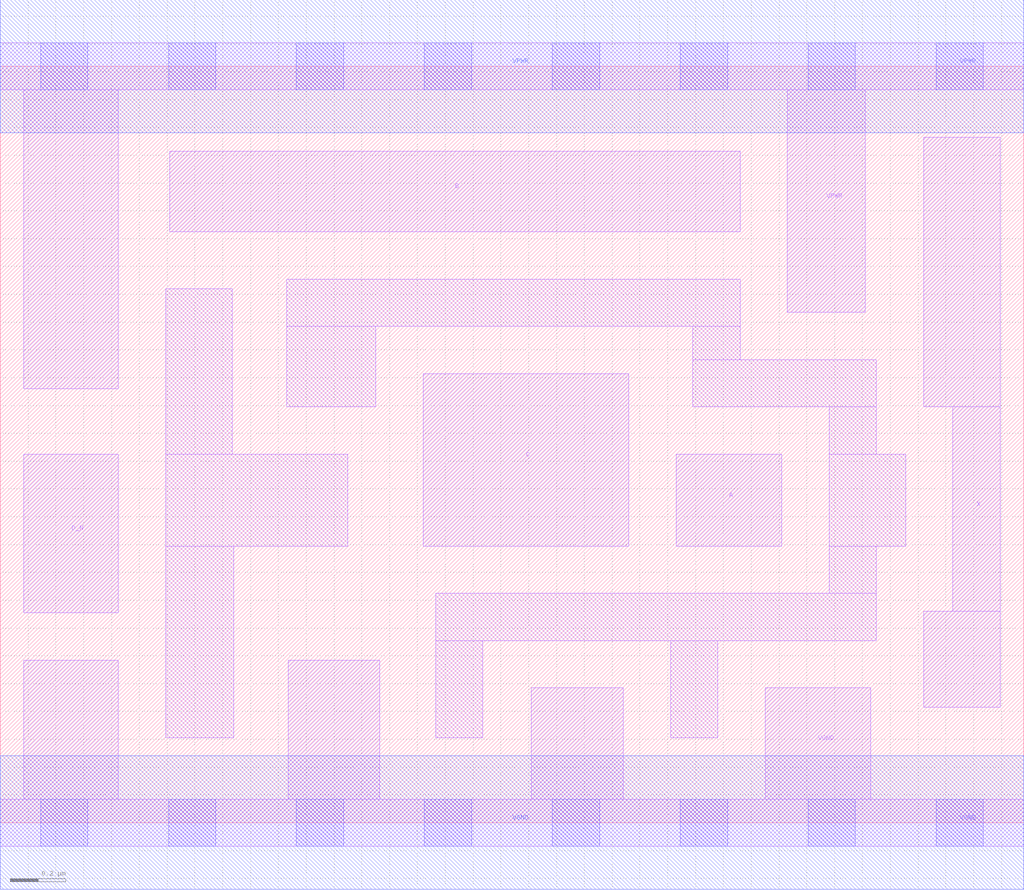
<source format=lef>
# Copyright 2020 The SkyWater PDK Authors
#
# Licensed under the Apache License, Version 2.0 (the "License");
# you may not use this file except in compliance with the License.
# You may obtain a copy of the License at
#
#     https://www.apache.org/licenses/LICENSE-2.0
#
# Unless required by applicable law or agreed to in writing, software
# distributed under the License is distributed on an "AS IS" BASIS,
# WITHOUT WARRANTIES OR CONDITIONS OF ANY KIND, either express or implied.
# See the License for the specific language governing permissions and
# limitations under the License.
#
# SPDX-License-Identifier: Apache-2.0

VERSION 5.7 ;
  NAMESCASESENSITIVE ON ;
  NOWIREEXTENSIONATPIN ON ;
  DIVIDERCHAR "/" ;
  BUSBITCHARS "[]" ;
UNITS
  DATABASE MICRONS 200 ;
END UNITS
MACRO sky130_fd_sc_hd__or4b_1
  CLASS CORE ;
  SOURCE USER ;
  FOREIGN sky130_fd_sc_hd__or4b_1 ;
  ORIGIN  0.000000  0.000000 ;
  SIZE  3.680000 BY  2.720000 ;
  SYMMETRY X Y R90 ;
  SITE unithd ;
  PIN A
    ANTENNAGATEAREA  0.126000 ;
    DIRECTION INPUT ;
    USE SIGNAL ;
    PORT
      LAYER li1 ;
        RECT 2.430000 0.995000 2.810000 1.325000 ;
    END
  END A
  PIN B
    ANTENNAGATEAREA  0.126000 ;
    DIRECTION INPUT ;
    USE SIGNAL ;
    PORT
      LAYER li1 ;
        RECT 0.610000 2.125000 2.660000 2.415000 ;
    END
  END B
  PIN C
    ANTENNAGATEAREA  0.126000 ;
    DIRECTION INPUT ;
    USE SIGNAL ;
    PORT
      LAYER li1 ;
        RECT 1.520000 0.995000 2.260000 1.615000 ;
    END
  END C
  PIN D_N
    ANTENNAGATEAREA  0.126000 ;
    DIRECTION INPUT ;
    USE SIGNAL ;
    PORT
      LAYER li1 ;
        RECT 0.085000 0.755000 0.425000 1.325000 ;
    END
  END D_N
  PIN X
    ANTENNADIFFAREA  0.453750 ;
    DIRECTION OUTPUT ;
    USE SIGNAL ;
    PORT
      LAYER li1 ;
        RECT 3.320000 0.415000 3.595000 0.760000 ;
        RECT 3.320000 1.495000 3.595000 2.465000 ;
        RECT 3.425000 0.760000 3.595000 1.495000 ;
    END
  END X
  PIN VGND
    DIRECTION INOUT ;
    SHAPE ABUTMENT ;
    USE GROUND ;
    PORT
      LAYER li1 ;
        RECT 0.000000 -0.085000 3.680000 0.085000 ;
        RECT 0.085000  0.085000 0.425000 0.585000 ;
        RECT 1.035000  0.085000 1.365000 0.585000 ;
        RECT 1.910000  0.085000 2.240000 0.485000 ;
        RECT 2.750000  0.085000 3.130000 0.485000 ;
      LAYER mcon ;
        RECT 0.145000 -0.085000 0.315000 0.085000 ;
        RECT 0.605000 -0.085000 0.775000 0.085000 ;
        RECT 1.065000 -0.085000 1.235000 0.085000 ;
        RECT 1.525000 -0.085000 1.695000 0.085000 ;
        RECT 1.985000 -0.085000 2.155000 0.085000 ;
        RECT 2.445000 -0.085000 2.615000 0.085000 ;
        RECT 2.905000 -0.085000 3.075000 0.085000 ;
        RECT 3.365000 -0.085000 3.535000 0.085000 ;
      LAYER met1 ;
        RECT 0.000000 -0.240000 3.680000 0.240000 ;
    END
  END VGND
  PIN VPWR
    DIRECTION INOUT ;
    SHAPE ABUTMENT ;
    USE POWER ;
    PORT
      LAYER li1 ;
        RECT 0.000000 2.635000 3.680000 2.805000 ;
        RECT 0.085000 1.560000 0.425000 2.635000 ;
        RECT 2.830000 1.835000 3.110000 2.635000 ;
      LAYER mcon ;
        RECT 0.145000 2.635000 0.315000 2.805000 ;
        RECT 0.605000 2.635000 0.775000 2.805000 ;
        RECT 1.065000 2.635000 1.235000 2.805000 ;
        RECT 1.525000 2.635000 1.695000 2.805000 ;
        RECT 1.985000 2.635000 2.155000 2.805000 ;
        RECT 2.445000 2.635000 2.615000 2.805000 ;
        RECT 2.905000 2.635000 3.075000 2.805000 ;
        RECT 3.365000 2.635000 3.535000 2.805000 ;
      LAYER met1 ;
        RECT 0.000000 2.480000 3.680000 2.960000 ;
    END
  END VPWR
  OBS
    LAYER li1 ;
      RECT 0.595000 0.305000 0.840000 0.995000 ;
      RECT 0.595000 0.995000 1.250000 1.325000 ;
      RECT 0.595000 1.325000 0.835000 1.920000 ;
      RECT 1.030000 1.495000 1.350000 1.785000 ;
      RECT 1.030000 1.785000 2.660000 1.955000 ;
      RECT 1.565000 0.305000 1.735000 0.655000 ;
      RECT 1.565000 0.655000 3.150000 0.825000 ;
      RECT 2.410000 0.305000 2.580000 0.655000 ;
      RECT 2.490000 1.495000 3.150000 1.665000 ;
      RECT 2.490000 1.665000 2.660000 1.785000 ;
      RECT 2.980000 0.825000 3.150000 0.995000 ;
      RECT 2.980000 0.995000 3.255000 1.325000 ;
      RECT 2.980000 1.325000 3.150000 1.495000 ;
  END
END sky130_fd_sc_hd__or4b_1
END LIBRARY

</source>
